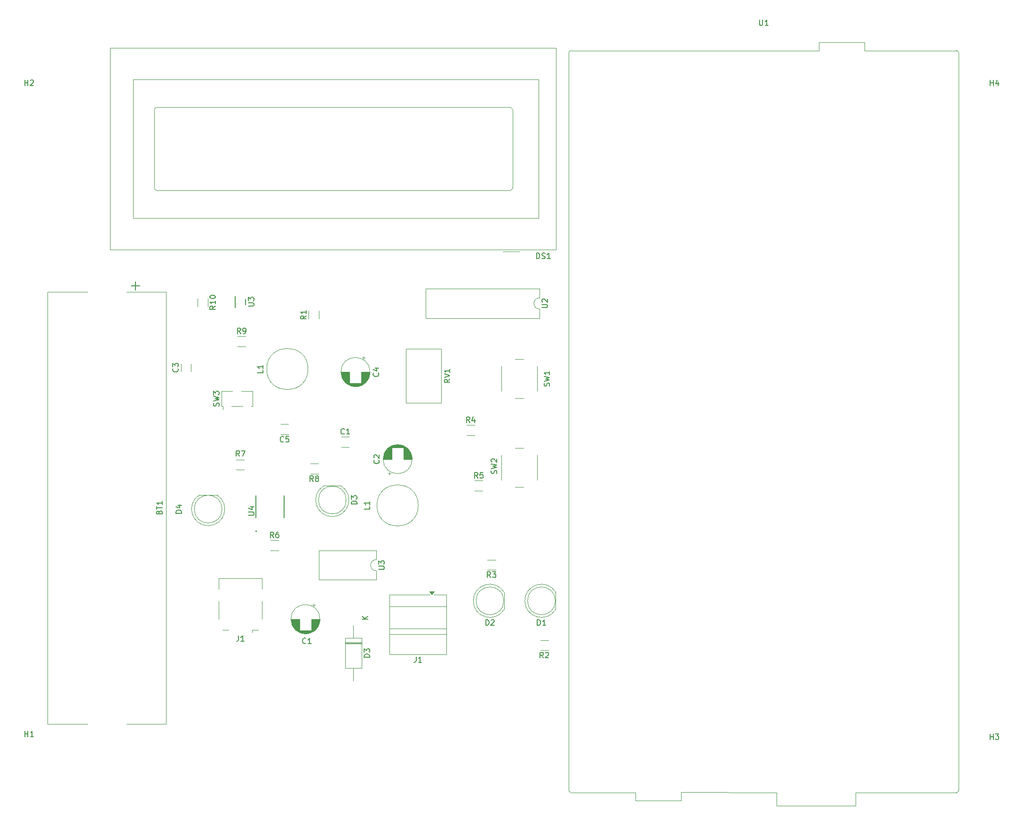
<source format=gbr>
%TF.GenerationSoftware,KiCad,Pcbnew,9.0.6*%
%TF.CreationDate,2025-12-17T18:58:15+01:00*%
%TF.ProjectId,Seminar,53656d69-6e61-4722-9e6b-696361645f70,rev?*%
%TF.SameCoordinates,Original*%
%TF.FileFunction,Legend,Top*%
%TF.FilePolarity,Positive*%
%FSLAX46Y46*%
G04 Gerber Fmt 4.6, Leading zero omitted, Abs format (unit mm)*
G04 Created by KiCad (PCBNEW 9.0.6) date 2025-12-17 18:58:15*
%MOMM*%
%LPD*%
G01*
G04 APERTURE LIST*
%ADD10C,0.150000*%
%ADD11C,0.120000*%
%ADD12C,0.127000*%
%ADD13C,0.200000*%
%ADD14C,0.100000*%
G04 APERTURE END LIST*
D10*
X70583333Y-94559580D02*
X70535714Y-94607200D01*
X70535714Y-94607200D02*
X70392857Y-94654819D01*
X70392857Y-94654819D02*
X70297619Y-94654819D01*
X70297619Y-94654819D02*
X70154762Y-94607200D01*
X70154762Y-94607200D02*
X70059524Y-94511961D01*
X70059524Y-94511961D02*
X70011905Y-94416723D01*
X70011905Y-94416723D02*
X69964286Y-94226247D01*
X69964286Y-94226247D02*
X69964286Y-94083390D01*
X69964286Y-94083390D02*
X70011905Y-93892914D01*
X70011905Y-93892914D02*
X70059524Y-93797676D01*
X70059524Y-93797676D02*
X70154762Y-93702438D01*
X70154762Y-93702438D02*
X70297619Y-93654819D01*
X70297619Y-93654819D02*
X70392857Y-93654819D01*
X70392857Y-93654819D02*
X70535714Y-93702438D01*
X70535714Y-93702438D02*
X70583333Y-93750057D01*
X71488095Y-93654819D02*
X71011905Y-93654819D01*
X71011905Y-93654819D02*
X70964286Y-94131009D01*
X70964286Y-94131009D02*
X71011905Y-94083390D01*
X71011905Y-94083390D02*
X71107143Y-94035771D01*
X71107143Y-94035771D02*
X71345238Y-94035771D01*
X71345238Y-94035771D02*
X71440476Y-94083390D01*
X71440476Y-94083390D02*
X71488095Y-94131009D01*
X71488095Y-94131009D02*
X71535714Y-94226247D01*
X71535714Y-94226247D02*
X71535714Y-94464342D01*
X71535714Y-94464342D02*
X71488095Y-94559580D01*
X71488095Y-94559580D02*
X71440476Y-94607200D01*
X71440476Y-94607200D02*
X71345238Y-94654819D01*
X71345238Y-94654819D02*
X71107143Y-94654819D01*
X71107143Y-94654819D02*
X71011905Y-94607200D01*
X71011905Y-94607200D02*
X70964286Y-94559580D01*
X58898200Y-88183332D02*
X58945819Y-88040475D01*
X58945819Y-88040475D02*
X58945819Y-87802380D01*
X58945819Y-87802380D02*
X58898200Y-87707142D01*
X58898200Y-87707142D02*
X58850580Y-87659523D01*
X58850580Y-87659523D02*
X58755342Y-87611904D01*
X58755342Y-87611904D02*
X58660104Y-87611904D01*
X58660104Y-87611904D02*
X58564866Y-87659523D01*
X58564866Y-87659523D02*
X58517247Y-87707142D01*
X58517247Y-87707142D02*
X58469628Y-87802380D01*
X58469628Y-87802380D02*
X58422009Y-87992856D01*
X58422009Y-87992856D02*
X58374390Y-88088094D01*
X58374390Y-88088094D02*
X58326771Y-88135713D01*
X58326771Y-88135713D02*
X58231533Y-88183332D01*
X58231533Y-88183332D02*
X58136295Y-88183332D01*
X58136295Y-88183332D02*
X58041057Y-88135713D01*
X58041057Y-88135713D02*
X57993438Y-88088094D01*
X57993438Y-88088094D02*
X57945819Y-87992856D01*
X57945819Y-87992856D02*
X57945819Y-87754761D01*
X57945819Y-87754761D02*
X57993438Y-87611904D01*
X57945819Y-87278570D02*
X58945819Y-87040475D01*
X58945819Y-87040475D02*
X58231533Y-86849999D01*
X58231533Y-86849999D02*
X58945819Y-86659523D01*
X58945819Y-86659523D02*
X57945819Y-86421428D01*
X57945819Y-86135713D02*
X57945819Y-85516666D01*
X57945819Y-85516666D02*
X58326771Y-85849999D01*
X58326771Y-85849999D02*
X58326771Y-85707142D01*
X58326771Y-85707142D02*
X58374390Y-85611904D01*
X58374390Y-85611904D02*
X58422009Y-85564285D01*
X58422009Y-85564285D02*
X58517247Y-85516666D01*
X58517247Y-85516666D02*
X58755342Y-85516666D01*
X58755342Y-85516666D02*
X58850580Y-85564285D01*
X58850580Y-85564285D02*
X58898200Y-85611904D01*
X58898200Y-85611904D02*
X58945819Y-85707142D01*
X58945819Y-85707142D02*
X58945819Y-85992856D01*
X58945819Y-85992856D02*
X58898200Y-86088094D01*
X58898200Y-86088094D02*
X58850580Y-86135713D01*
X87609580Y-82211554D02*
X87657200Y-82259173D01*
X87657200Y-82259173D02*
X87704819Y-82402030D01*
X87704819Y-82402030D02*
X87704819Y-82497268D01*
X87704819Y-82497268D02*
X87657200Y-82640125D01*
X87657200Y-82640125D02*
X87561961Y-82735363D01*
X87561961Y-82735363D02*
X87466723Y-82782982D01*
X87466723Y-82782982D02*
X87276247Y-82830601D01*
X87276247Y-82830601D02*
X87133390Y-82830601D01*
X87133390Y-82830601D02*
X86942914Y-82782982D01*
X86942914Y-82782982D02*
X86847676Y-82735363D01*
X86847676Y-82735363D02*
X86752438Y-82640125D01*
X86752438Y-82640125D02*
X86704819Y-82497268D01*
X86704819Y-82497268D02*
X86704819Y-82402030D01*
X86704819Y-82402030D02*
X86752438Y-82259173D01*
X86752438Y-82259173D02*
X86800057Y-82211554D01*
X87038152Y-81354411D02*
X87704819Y-81354411D01*
X86657200Y-81592506D02*
X87371485Y-81830601D01*
X87371485Y-81830601D02*
X87371485Y-81211554D01*
X64247819Y-107831904D02*
X65057342Y-107831904D01*
X65057342Y-107831904D02*
X65152580Y-107784285D01*
X65152580Y-107784285D02*
X65200200Y-107736666D01*
X65200200Y-107736666D02*
X65247819Y-107641428D01*
X65247819Y-107641428D02*
X65247819Y-107450952D01*
X65247819Y-107450952D02*
X65200200Y-107355714D01*
X65200200Y-107355714D02*
X65152580Y-107308095D01*
X65152580Y-107308095D02*
X65057342Y-107260476D01*
X65057342Y-107260476D02*
X64247819Y-107260476D01*
X64581152Y-106355714D02*
X65247819Y-106355714D01*
X64200200Y-106593809D02*
X64914485Y-106831904D01*
X64914485Y-106831904D02*
X64914485Y-106212857D01*
X51509580Y-81416666D02*
X51557200Y-81464285D01*
X51557200Y-81464285D02*
X51604819Y-81607142D01*
X51604819Y-81607142D02*
X51604819Y-81702380D01*
X51604819Y-81702380D02*
X51557200Y-81845237D01*
X51557200Y-81845237D02*
X51461961Y-81940475D01*
X51461961Y-81940475D02*
X51366723Y-81988094D01*
X51366723Y-81988094D02*
X51176247Y-82035713D01*
X51176247Y-82035713D02*
X51033390Y-82035713D01*
X51033390Y-82035713D02*
X50842914Y-81988094D01*
X50842914Y-81988094D02*
X50747676Y-81940475D01*
X50747676Y-81940475D02*
X50652438Y-81845237D01*
X50652438Y-81845237D02*
X50604819Y-81702380D01*
X50604819Y-81702380D02*
X50604819Y-81607142D01*
X50604819Y-81607142D02*
X50652438Y-81464285D01*
X50652438Y-81464285D02*
X50700057Y-81416666D01*
X50604819Y-81083332D02*
X50604819Y-80464285D01*
X50604819Y-80464285D02*
X50985771Y-80797618D01*
X50985771Y-80797618D02*
X50985771Y-80654761D01*
X50985771Y-80654761D02*
X51033390Y-80559523D01*
X51033390Y-80559523D02*
X51081009Y-80511904D01*
X51081009Y-80511904D02*
X51176247Y-80464285D01*
X51176247Y-80464285D02*
X51414342Y-80464285D01*
X51414342Y-80464285D02*
X51509580Y-80511904D01*
X51509580Y-80511904D02*
X51557200Y-80559523D01*
X51557200Y-80559523D02*
X51604819Y-80654761D01*
X51604819Y-80654761D02*
X51604819Y-80940475D01*
X51604819Y-80940475D02*
X51557200Y-81035713D01*
X51557200Y-81035713D02*
X51509580Y-81083332D01*
X48181009Y-107285714D02*
X48228628Y-107142857D01*
X48228628Y-107142857D02*
X48276247Y-107095238D01*
X48276247Y-107095238D02*
X48371485Y-107047619D01*
X48371485Y-107047619D02*
X48514342Y-107047619D01*
X48514342Y-107047619D02*
X48609580Y-107095238D01*
X48609580Y-107095238D02*
X48657200Y-107142857D01*
X48657200Y-107142857D02*
X48704819Y-107238095D01*
X48704819Y-107238095D02*
X48704819Y-107619047D01*
X48704819Y-107619047D02*
X47704819Y-107619047D01*
X47704819Y-107619047D02*
X47704819Y-107285714D01*
X47704819Y-107285714D02*
X47752438Y-107190476D01*
X47752438Y-107190476D02*
X47800057Y-107142857D01*
X47800057Y-107142857D02*
X47895295Y-107095238D01*
X47895295Y-107095238D02*
X47990533Y-107095238D01*
X47990533Y-107095238D02*
X48085771Y-107142857D01*
X48085771Y-107142857D02*
X48133390Y-107190476D01*
X48133390Y-107190476D02*
X48181009Y-107285714D01*
X48181009Y-107285714D02*
X48181009Y-107619047D01*
X47704819Y-106761904D02*
X47704819Y-106190476D01*
X48704819Y-106476190D02*
X47704819Y-106476190D01*
X48704819Y-105333333D02*
X48704819Y-105904761D01*
X48704819Y-105619047D02*
X47704819Y-105619047D01*
X47704819Y-105619047D02*
X47847676Y-105714285D01*
X47847676Y-105714285D02*
X47942914Y-105809523D01*
X47942914Y-105809523D02*
X47990533Y-105904761D01*
X43905533Y-67261904D02*
X43905533Y-65738095D01*
X44667438Y-66499999D02*
X43143628Y-66499999D01*
X197738095Y-148204819D02*
X197738095Y-147204819D01*
X197738095Y-147681009D02*
X198309523Y-147681009D01*
X198309523Y-148204819D02*
X198309523Y-147204819D01*
X198690476Y-147204819D02*
X199309523Y-147204819D01*
X199309523Y-147204819D02*
X198976190Y-147585771D01*
X198976190Y-147585771D02*
X199119047Y-147585771D01*
X199119047Y-147585771D02*
X199214285Y-147633390D01*
X199214285Y-147633390D02*
X199261904Y-147681009D01*
X199261904Y-147681009D02*
X199309523Y-147776247D01*
X199309523Y-147776247D02*
X199309523Y-148014342D01*
X199309523Y-148014342D02*
X199261904Y-148109580D01*
X199261904Y-148109580D02*
X199214285Y-148157200D01*
X199214285Y-148157200D02*
X199119047Y-148204819D01*
X199119047Y-148204819D02*
X198833333Y-148204819D01*
X198833333Y-148204819D02*
X198738095Y-148157200D01*
X198738095Y-148157200D02*
X198690476Y-148109580D01*
X62633333Y-97204819D02*
X62300000Y-96728628D01*
X62061905Y-97204819D02*
X62061905Y-96204819D01*
X62061905Y-96204819D02*
X62442857Y-96204819D01*
X62442857Y-96204819D02*
X62538095Y-96252438D01*
X62538095Y-96252438D02*
X62585714Y-96300057D01*
X62585714Y-96300057D02*
X62633333Y-96395295D01*
X62633333Y-96395295D02*
X62633333Y-96538152D01*
X62633333Y-96538152D02*
X62585714Y-96633390D01*
X62585714Y-96633390D02*
X62538095Y-96681009D01*
X62538095Y-96681009D02*
X62442857Y-96728628D01*
X62442857Y-96728628D02*
X62061905Y-96728628D01*
X62966667Y-96204819D02*
X63633333Y-96204819D01*
X63633333Y-96204819D02*
X63204762Y-97204819D01*
X74583333Y-130859580D02*
X74535714Y-130907200D01*
X74535714Y-130907200D02*
X74392857Y-130954819D01*
X74392857Y-130954819D02*
X74297619Y-130954819D01*
X74297619Y-130954819D02*
X74154762Y-130907200D01*
X74154762Y-130907200D02*
X74059524Y-130811961D01*
X74059524Y-130811961D02*
X74011905Y-130716723D01*
X74011905Y-130716723D02*
X73964286Y-130526247D01*
X73964286Y-130526247D02*
X73964286Y-130383390D01*
X73964286Y-130383390D02*
X74011905Y-130192914D01*
X74011905Y-130192914D02*
X74059524Y-130097676D01*
X74059524Y-130097676D02*
X74154762Y-130002438D01*
X74154762Y-130002438D02*
X74297619Y-129954819D01*
X74297619Y-129954819D02*
X74392857Y-129954819D01*
X74392857Y-129954819D02*
X74535714Y-130002438D01*
X74535714Y-130002438D02*
X74583333Y-130050057D01*
X75535714Y-130954819D02*
X74964286Y-130954819D01*
X75250000Y-130954819D02*
X75250000Y-129954819D01*
X75250000Y-129954819D02*
X75154762Y-130097676D01*
X75154762Y-130097676D02*
X75059524Y-130192914D01*
X75059524Y-130192914D02*
X74964286Y-130240533D01*
X197738095Y-30454819D02*
X197738095Y-29454819D01*
X197738095Y-29931009D02*
X198309523Y-29931009D01*
X198309523Y-30454819D02*
X198309523Y-29454819D01*
X199214285Y-29788152D02*
X199214285Y-30454819D01*
X198976190Y-29407200D02*
X198738095Y-30121485D01*
X198738095Y-30121485D02*
X199357142Y-30121485D01*
X75933333Y-101750319D02*
X75600000Y-101274128D01*
X75361905Y-101750319D02*
X75361905Y-100750319D01*
X75361905Y-100750319D02*
X75742857Y-100750319D01*
X75742857Y-100750319D02*
X75838095Y-100797938D01*
X75838095Y-100797938D02*
X75885714Y-100845557D01*
X75885714Y-100845557D02*
X75933333Y-100940795D01*
X75933333Y-100940795D02*
X75933333Y-101083652D01*
X75933333Y-101083652D02*
X75885714Y-101178890D01*
X75885714Y-101178890D02*
X75838095Y-101226509D01*
X75838095Y-101226509D02*
X75742857Y-101274128D01*
X75742857Y-101274128D02*
X75361905Y-101274128D01*
X76504762Y-101178890D02*
X76409524Y-101131271D01*
X76409524Y-101131271D02*
X76361905Y-101083652D01*
X76361905Y-101083652D02*
X76314286Y-100988414D01*
X76314286Y-100988414D02*
X76314286Y-100940795D01*
X76314286Y-100940795D02*
X76361905Y-100845557D01*
X76361905Y-100845557D02*
X76409524Y-100797938D01*
X76409524Y-100797938D02*
X76504762Y-100750319D01*
X76504762Y-100750319D02*
X76695238Y-100750319D01*
X76695238Y-100750319D02*
X76790476Y-100797938D01*
X76790476Y-100797938D02*
X76838095Y-100845557D01*
X76838095Y-100845557D02*
X76885714Y-100940795D01*
X76885714Y-100940795D02*
X76885714Y-100988414D01*
X76885714Y-100988414D02*
X76838095Y-101083652D01*
X76838095Y-101083652D02*
X76790476Y-101131271D01*
X76790476Y-101131271D02*
X76695238Y-101178890D01*
X76695238Y-101178890D02*
X76504762Y-101178890D01*
X76504762Y-101178890D02*
X76409524Y-101226509D01*
X76409524Y-101226509D02*
X76361905Y-101274128D01*
X76361905Y-101274128D02*
X76314286Y-101369366D01*
X76314286Y-101369366D02*
X76314286Y-101559842D01*
X76314286Y-101559842D02*
X76361905Y-101655080D01*
X76361905Y-101655080D02*
X76409524Y-101702700D01*
X76409524Y-101702700D02*
X76504762Y-101750319D01*
X76504762Y-101750319D02*
X76695238Y-101750319D01*
X76695238Y-101750319D02*
X76790476Y-101702700D01*
X76790476Y-101702700D02*
X76838095Y-101655080D01*
X76838095Y-101655080D02*
X76885714Y-101559842D01*
X76885714Y-101559842D02*
X76885714Y-101369366D01*
X76885714Y-101369366D02*
X76838095Y-101274128D01*
X76838095Y-101274128D02*
X76790476Y-101226509D01*
X76790476Y-101226509D02*
X76695238Y-101178890D01*
X62458666Y-129529819D02*
X62458666Y-130244104D01*
X62458666Y-130244104D02*
X62411047Y-130386961D01*
X62411047Y-130386961D02*
X62315809Y-130482200D01*
X62315809Y-130482200D02*
X62172952Y-130529819D01*
X62172952Y-130529819D02*
X62077714Y-130529819D01*
X63458666Y-130529819D02*
X62887238Y-130529819D01*
X63172952Y-130529819D02*
X63172952Y-129529819D01*
X63172952Y-129529819D02*
X63077714Y-129672676D01*
X63077714Y-129672676D02*
X62982476Y-129767914D01*
X62982476Y-129767914D02*
X62887238Y-129815533D01*
X105533333Y-101124819D02*
X105200000Y-100648628D01*
X104961905Y-101124819D02*
X104961905Y-100124819D01*
X104961905Y-100124819D02*
X105342857Y-100124819D01*
X105342857Y-100124819D02*
X105438095Y-100172438D01*
X105438095Y-100172438D02*
X105485714Y-100220057D01*
X105485714Y-100220057D02*
X105533333Y-100315295D01*
X105533333Y-100315295D02*
X105533333Y-100458152D01*
X105533333Y-100458152D02*
X105485714Y-100553390D01*
X105485714Y-100553390D02*
X105438095Y-100601009D01*
X105438095Y-100601009D02*
X105342857Y-100648628D01*
X105342857Y-100648628D02*
X104961905Y-100648628D01*
X106438095Y-100124819D02*
X105961905Y-100124819D01*
X105961905Y-100124819D02*
X105914286Y-100601009D01*
X105914286Y-100601009D02*
X105961905Y-100553390D01*
X105961905Y-100553390D02*
X106057143Y-100505771D01*
X106057143Y-100505771D02*
X106295238Y-100505771D01*
X106295238Y-100505771D02*
X106390476Y-100553390D01*
X106390476Y-100553390D02*
X106438095Y-100601009D01*
X106438095Y-100601009D02*
X106485714Y-100696247D01*
X106485714Y-100696247D02*
X106485714Y-100934342D01*
X106485714Y-100934342D02*
X106438095Y-101029580D01*
X106438095Y-101029580D02*
X106390476Y-101077200D01*
X106390476Y-101077200D02*
X106295238Y-101124819D01*
X106295238Y-101124819D02*
X106057143Y-101124819D01*
X106057143Y-101124819D02*
X105961905Y-101077200D01*
X105961905Y-101077200D02*
X105914286Y-101029580D01*
X116241905Y-127664819D02*
X116241905Y-126664819D01*
X116241905Y-126664819D02*
X116480000Y-126664819D01*
X116480000Y-126664819D02*
X116622857Y-126712438D01*
X116622857Y-126712438D02*
X116718095Y-126807676D01*
X116718095Y-126807676D02*
X116765714Y-126902914D01*
X116765714Y-126902914D02*
X116813333Y-127093390D01*
X116813333Y-127093390D02*
X116813333Y-127236247D01*
X116813333Y-127236247D02*
X116765714Y-127426723D01*
X116765714Y-127426723D02*
X116718095Y-127521961D01*
X116718095Y-127521961D02*
X116622857Y-127617200D01*
X116622857Y-127617200D02*
X116480000Y-127664819D01*
X116480000Y-127664819D02*
X116241905Y-127664819D01*
X117765714Y-127664819D02*
X117194286Y-127664819D01*
X117480000Y-127664819D02*
X117480000Y-126664819D01*
X117480000Y-126664819D02*
X117384762Y-126807676D01*
X117384762Y-126807676D02*
X117289524Y-126902914D01*
X117289524Y-126902914D02*
X117194286Y-126950533D01*
X58284819Y-70142857D02*
X57808628Y-70476190D01*
X58284819Y-70714285D02*
X57284819Y-70714285D01*
X57284819Y-70714285D02*
X57284819Y-70333333D01*
X57284819Y-70333333D02*
X57332438Y-70238095D01*
X57332438Y-70238095D02*
X57380057Y-70190476D01*
X57380057Y-70190476D02*
X57475295Y-70142857D01*
X57475295Y-70142857D02*
X57618152Y-70142857D01*
X57618152Y-70142857D02*
X57713390Y-70190476D01*
X57713390Y-70190476D02*
X57761009Y-70238095D01*
X57761009Y-70238095D02*
X57808628Y-70333333D01*
X57808628Y-70333333D02*
X57808628Y-70714285D01*
X58284819Y-69190476D02*
X58284819Y-69761904D01*
X58284819Y-69476190D02*
X57284819Y-69476190D01*
X57284819Y-69476190D02*
X57427676Y-69571428D01*
X57427676Y-69571428D02*
X57522914Y-69666666D01*
X57522914Y-69666666D02*
X57570533Y-69761904D01*
X57284819Y-68571428D02*
X57284819Y-68476190D01*
X57284819Y-68476190D02*
X57332438Y-68380952D01*
X57332438Y-68380952D02*
X57380057Y-68333333D01*
X57380057Y-68333333D02*
X57475295Y-68285714D01*
X57475295Y-68285714D02*
X57665771Y-68238095D01*
X57665771Y-68238095D02*
X57903866Y-68238095D01*
X57903866Y-68238095D02*
X58094342Y-68285714D01*
X58094342Y-68285714D02*
X58189580Y-68333333D01*
X58189580Y-68333333D02*
X58237200Y-68380952D01*
X58237200Y-68380952D02*
X58284819Y-68476190D01*
X58284819Y-68476190D02*
X58284819Y-68571428D01*
X58284819Y-68571428D02*
X58237200Y-68666666D01*
X58237200Y-68666666D02*
X58189580Y-68714285D01*
X58189580Y-68714285D02*
X58094342Y-68761904D01*
X58094342Y-68761904D02*
X57903866Y-68809523D01*
X57903866Y-68809523D02*
X57665771Y-68809523D01*
X57665771Y-68809523D02*
X57475295Y-68761904D01*
X57475295Y-68761904D02*
X57380057Y-68714285D01*
X57380057Y-68714285D02*
X57332438Y-68666666D01*
X57332438Y-68666666D02*
X57284819Y-68571428D01*
X104083333Y-91124819D02*
X103750000Y-90648628D01*
X103511905Y-91124819D02*
X103511905Y-90124819D01*
X103511905Y-90124819D02*
X103892857Y-90124819D01*
X103892857Y-90124819D02*
X103988095Y-90172438D01*
X103988095Y-90172438D02*
X104035714Y-90220057D01*
X104035714Y-90220057D02*
X104083333Y-90315295D01*
X104083333Y-90315295D02*
X104083333Y-90458152D01*
X104083333Y-90458152D02*
X104035714Y-90553390D01*
X104035714Y-90553390D02*
X103988095Y-90601009D01*
X103988095Y-90601009D02*
X103892857Y-90648628D01*
X103892857Y-90648628D02*
X103511905Y-90648628D01*
X104940476Y-90458152D02*
X104940476Y-91124819D01*
X104702381Y-90077200D02*
X104464286Y-90791485D01*
X104464286Y-90791485D02*
X105083333Y-90791485D01*
X87684319Y-117587404D02*
X88493842Y-117587404D01*
X88493842Y-117587404D02*
X88589080Y-117539785D01*
X88589080Y-117539785D02*
X88636700Y-117492166D01*
X88636700Y-117492166D02*
X88684319Y-117396928D01*
X88684319Y-117396928D02*
X88684319Y-117206452D01*
X88684319Y-117206452D02*
X88636700Y-117111214D01*
X88636700Y-117111214D02*
X88589080Y-117063595D01*
X88589080Y-117063595D02*
X88493842Y-117015976D01*
X88493842Y-117015976D02*
X87684319Y-117015976D01*
X87684319Y-116635023D02*
X87684319Y-116015976D01*
X87684319Y-116015976D02*
X88065271Y-116349309D01*
X88065271Y-116349309D02*
X88065271Y-116206452D01*
X88065271Y-116206452D02*
X88112890Y-116111214D01*
X88112890Y-116111214D02*
X88160509Y-116063595D01*
X88160509Y-116063595D02*
X88255747Y-116015976D01*
X88255747Y-116015976D02*
X88493842Y-116015976D01*
X88493842Y-116015976D02*
X88589080Y-116063595D01*
X88589080Y-116063595D02*
X88636700Y-116111214D01*
X88636700Y-116111214D02*
X88684319Y-116206452D01*
X88684319Y-116206452D02*
X88684319Y-116492166D01*
X88684319Y-116492166D02*
X88636700Y-116587404D01*
X88636700Y-116587404D02*
X88589080Y-116635023D01*
X118407200Y-84583332D02*
X118454819Y-84440475D01*
X118454819Y-84440475D02*
X118454819Y-84202380D01*
X118454819Y-84202380D02*
X118407200Y-84107142D01*
X118407200Y-84107142D02*
X118359580Y-84059523D01*
X118359580Y-84059523D02*
X118264342Y-84011904D01*
X118264342Y-84011904D02*
X118169104Y-84011904D01*
X118169104Y-84011904D02*
X118073866Y-84059523D01*
X118073866Y-84059523D02*
X118026247Y-84107142D01*
X118026247Y-84107142D02*
X117978628Y-84202380D01*
X117978628Y-84202380D02*
X117931009Y-84392856D01*
X117931009Y-84392856D02*
X117883390Y-84488094D01*
X117883390Y-84488094D02*
X117835771Y-84535713D01*
X117835771Y-84535713D02*
X117740533Y-84583332D01*
X117740533Y-84583332D02*
X117645295Y-84583332D01*
X117645295Y-84583332D02*
X117550057Y-84535713D01*
X117550057Y-84535713D02*
X117502438Y-84488094D01*
X117502438Y-84488094D02*
X117454819Y-84392856D01*
X117454819Y-84392856D02*
X117454819Y-84154761D01*
X117454819Y-84154761D02*
X117502438Y-84011904D01*
X117454819Y-83678570D02*
X118454819Y-83440475D01*
X118454819Y-83440475D02*
X117740533Y-83249999D01*
X117740533Y-83249999D02*
X118454819Y-83059523D01*
X118454819Y-83059523D02*
X117454819Y-82821428D01*
X118454819Y-81916666D02*
X118454819Y-82488094D01*
X118454819Y-82202380D02*
X117454819Y-82202380D01*
X117454819Y-82202380D02*
X117597676Y-82297618D01*
X117597676Y-82297618D02*
X117692914Y-82392856D01*
X117692914Y-82392856D02*
X117740533Y-82488094D01*
X100504819Y-83345238D02*
X100028628Y-83678571D01*
X100504819Y-83916666D02*
X99504819Y-83916666D01*
X99504819Y-83916666D02*
X99504819Y-83535714D01*
X99504819Y-83535714D02*
X99552438Y-83440476D01*
X99552438Y-83440476D02*
X99600057Y-83392857D01*
X99600057Y-83392857D02*
X99695295Y-83345238D01*
X99695295Y-83345238D02*
X99838152Y-83345238D01*
X99838152Y-83345238D02*
X99933390Y-83392857D01*
X99933390Y-83392857D02*
X99981009Y-83440476D01*
X99981009Y-83440476D02*
X100028628Y-83535714D01*
X100028628Y-83535714D02*
X100028628Y-83916666D01*
X99504819Y-83059523D02*
X100504819Y-82726190D01*
X100504819Y-82726190D02*
X99504819Y-82392857D01*
X100504819Y-81535714D02*
X100504819Y-82107142D01*
X100504819Y-81821428D02*
X99504819Y-81821428D01*
X99504819Y-81821428D02*
X99647676Y-81916666D01*
X99647676Y-81916666D02*
X99742914Y-82011904D01*
X99742914Y-82011904D02*
X99790533Y-82107142D01*
X68783333Y-111874819D02*
X68450000Y-111398628D01*
X68211905Y-111874819D02*
X68211905Y-110874819D01*
X68211905Y-110874819D02*
X68592857Y-110874819D01*
X68592857Y-110874819D02*
X68688095Y-110922438D01*
X68688095Y-110922438D02*
X68735714Y-110970057D01*
X68735714Y-110970057D02*
X68783333Y-111065295D01*
X68783333Y-111065295D02*
X68783333Y-111208152D01*
X68783333Y-111208152D02*
X68735714Y-111303390D01*
X68735714Y-111303390D02*
X68688095Y-111351009D01*
X68688095Y-111351009D02*
X68592857Y-111398628D01*
X68592857Y-111398628D02*
X68211905Y-111398628D01*
X69640476Y-110874819D02*
X69450000Y-110874819D01*
X69450000Y-110874819D02*
X69354762Y-110922438D01*
X69354762Y-110922438D02*
X69307143Y-110970057D01*
X69307143Y-110970057D02*
X69211905Y-111112914D01*
X69211905Y-111112914D02*
X69164286Y-111303390D01*
X69164286Y-111303390D02*
X69164286Y-111684342D01*
X69164286Y-111684342D02*
X69211905Y-111779580D01*
X69211905Y-111779580D02*
X69259524Y-111827200D01*
X69259524Y-111827200D02*
X69354762Y-111874819D01*
X69354762Y-111874819D02*
X69545238Y-111874819D01*
X69545238Y-111874819D02*
X69640476Y-111827200D01*
X69640476Y-111827200D02*
X69688095Y-111779580D01*
X69688095Y-111779580D02*
X69735714Y-111684342D01*
X69735714Y-111684342D02*
X69735714Y-111446247D01*
X69735714Y-111446247D02*
X69688095Y-111351009D01*
X69688095Y-111351009D02*
X69640476Y-111303390D01*
X69640476Y-111303390D02*
X69545238Y-111255771D01*
X69545238Y-111255771D02*
X69354762Y-111255771D01*
X69354762Y-111255771D02*
X69259524Y-111303390D01*
X69259524Y-111303390D02*
X69211905Y-111351009D01*
X69211905Y-111351009D02*
X69164286Y-111446247D01*
X81508333Y-93134580D02*
X81460714Y-93182200D01*
X81460714Y-93182200D02*
X81317857Y-93229819D01*
X81317857Y-93229819D02*
X81222619Y-93229819D01*
X81222619Y-93229819D02*
X81079762Y-93182200D01*
X81079762Y-93182200D02*
X80984524Y-93086961D01*
X80984524Y-93086961D02*
X80936905Y-92991723D01*
X80936905Y-92991723D02*
X80889286Y-92801247D01*
X80889286Y-92801247D02*
X80889286Y-92658390D01*
X80889286Y-92658390D02*
X80936905Y-92467914D01*
X80936905Y-92467914D02*
X80984524Y-92372676D01*
X80984524Y-92372676D02*
X81079762Y-92277438D01*
X81079762Y-92277438D02*
X81222619Y-92229819D01*
X81222619Y-92229819D02*
X81317857Y-92229819D01*
X81317857Y-92229819D02*
X81460714Y-92277438D01*
X81460714Y-92277438D02*
X81508333Y-92325057D01*
X82460714Y-93229819D02*
X81889286Y-93229819D01*
X82175000Y-93229819D02*
X82175000Y-92229819D01*
X82175000Y-92229819D02*
X82079762Y-92372676D01*
X82079762Y-92372676D02*
X81984524Y-92467914D01*
X81984524Y-92467914D02*
X81889286Y-92515533D01*
X156238095Y-18614819D02*
X156238095Y-19424342D01*
X156238095Y-19424342D02*
X156285714Y-19519580D01*
X156285714Y-19519580D02*
X156333333Y-19567200D01*
X156333333Y-19567200D02*
X156428571Y-19614819D01*
X156428571Y-19614819D02*
X156619047Y-19614819D01*
X156619047Y-19614819D02*
X156714285Y-19567200D01*
X156714285Y-19567200D02*
X156761904Y-19519580D01*
X156761904Y-19519580D02*
X156809523Y-19424342D01*
X156809523Y-19424342D02*
X156809523Y-18614819D01*
X157809523Y-19614819D02*
X157238095Y-19614819D01*
X157523809Y-19614819D02*
X157523809Y-18614819D01*
X157523809Y-18614819D02*
X157428571Y-18757676D01*
X157428571Y-18757676D02*
X157333333Y-18852914D01*
X157333333Y-18852914D02*
X157238095Y-18900533D01*
X87709580Y-97891666D02*
X87757200Y-97939285D01*
X87757200Y-97939285D02*
X87804819Y-98082142D01*
X87804819Y-98082142D02*
X87804819Y-98177380D01*
X87804819Y-98177380D02*
X87757200Y-98320237D01*
X87757200Y-98320237D02*
X87661961Y-98415475D01*
X87661961Y-98415475D02*
X87566723Y-98463094D01*
X87566723Y-98463094D02*
X87376247Y-98510713D01*
X87376247Y-98510713D02*
X87233390Y-98510713D01*
X87233390Y-98510713D02*
X87042914Y-98463094D01*
X87042914Y-98463094D02*
X86947676Y-98415475D01*
X86947676Y-98415475D02*
X86852438Y-98320237D01*
X86852438Y-98320237D02*
X86804819Y-98177380D01*
X86804819Y-98177380D02*
X86804819Y-98082142D01*
X86804819Y-98082142D02*
X86852438Y-97939285D01*
X86852438Y-97939285D02*
X86900057Y-97891666D01*
X86900057Y-97510713D02*
X86852438Y-97463094D01*
X86852438Y-97463094D02*
X86804819Y-97367856D01*
X86804819Y-97367856D02*
X86804819Y-97129761D01*
X86804819Y-97129761D02*
X86852438Y-97034523D01*
X86852438Y-97034523D02*
X86900057Y-96986904D01*
X86900057Y-96986904D02*
X86995295Y-96939285D01*
X86995295Y-96939285D02*
X87090533Y-96939285D01*
X87090533Y-96939285D02*
X87233390Y-96986904D01*
X87233390Y-96986904D02*
X87804819Y-97558332D01*
X87804819Y-97558332D02*
X87804819Y-96939285D01*
X74624819Y-71916666D02*
X74148628Y-72249999D01*
X74624819Y-72488094D02*
X73624819Y-72488094D01*
X73624819Y-72488094D02*
X73624819Y-72107142D01*
X73624819Y-72107142D02*
X73672438Y-72011904D01*
X73672438Y-72011904D02*
X73720057Y-71964285D01*
X73720057Y-71964285D02*
X73815295Y-71916666D01*
X73815295Y-71916666D02*
X73958152Y-71916666D01*
X73958152Y-71916666D02*
X74053390Y-71964285D01*
X74053390Y-71964285D02*
X74101009Y-72011904D01*
X74101009Y-72011904D02*
X74148628Y-72107142D01*
X74148628Y-72107142D02*
X74148628Y-72488094D01*
X74624819Y-70964285D02*
X74624819Y-71535713D01*
X74624819Y-71249999D02*
X73624819Y-71249999D01*
X73624819Y-71249999D02*
X73767676Y-71345237D01*
X73767676Y-71345237D02*
X73862914Y-71440475D01*
X73862914Y-71440475D02*
X73910533Y-71535713D01*
X62833333Y-75124819D02*
X62500000Y-74648628D01*
X62261905Y-75124819D02*
X62261905Y-74124819D01*
X62261905Y-74124819D02*
X62642857Y-74124819D01*
X62642857Y-74124819D02*
X62738095Y-74172438D01*
X62738095Y-74172438D02*
X62785714Y-74220057D01*
X62785714Y-74220057D02*
X62833333Y-74315295D01*
X62833333Y-74315295D02*
X62833333Y-74458152D01*
X62833333Y-74458152D02*
X62785714Y-74553390D01*
X62785714Y-74553390D02*
X62738095Y-74601009D01*
X62738095Y-74601009D02*
X62642857Y-74648628D01*
X62642857Y-74648628D02*
X62261905Y-74648628D01*
X63309524Y-75124819D02*
X63500000Y-75124819D01*
X63500000Y-75124819D02*
X63595238Y-75077200D01*
X63595238Y-75077200D02*
X63642857Y-75029580D01*
X63642857Y-75029580D02*
X63738095Y-74886723D01*
X63738095Y-74886723D02*
X63785714Y-74696247D01*
X63785714Y-74696247D02*
X63785714Y-74315295D01*
X63785714Y-74315295D02*
X63738095Y-74220057D01*
X63738095Y-74220057D02*
X63690476Y-74172438D01*
X63690476Y-74172438D02*
X63595238Y-74124819D01*
X63595238Y-74124819D02*
X63404762Y-74124819D01*
X63404762Y-74124819D02*
X63309524Y-74172438D01*
X63309524Y-74172438D02*
X63261905Y-74220057D01*
X63261905Y-74220057D02*
X63214286Y-74315295D01*
X63214286Y-74315295D02*
X63214286Y-74553390D01*
X63214286Y-74553390D02*
X63261905Y-74648628D01*
X63261905Y-74648628D02*
X63309524Y-74696247D01*
X63309524Y-74696247D02*
X63404762Y-74743866D01*
X63404762Y-74743866D02*
X63595238Y-74743866D01*
X63595238Y-74743866D02*
X63690476Y-74696247D01*
X63690476Y-74696247D02*
X63738095Y-74648628D01*
X63738095Y-74648628D02*
X63785714Y-74553390D01*
X23988095Y-147704819D02*
X23988095Y-146704819D01*
X23988095Y-147181009D02*
X24559523Y-147181009D01*
X24559523Y-147704819D02*
X24559523Y-146704819D01*
X25559523Y-147704819D02*
X24988095Y-147704819D01*
X25273809Y-147704819D02*
X25273809Y-146704819D01*
X25273809Y-146704819D02*
X25178571Y-146847676D01*
X25178571Y-146847676D02*
X25083333Y-146942914D01*
X25083333Y-146942914D02*
X24988095Y-146990533D01*
X52204819Y-107468094D02*
X51204819Y-107468094D01*
X51204819Y-107468094D02*
X51204819Y-107229999D01*
X51204819Y-107229999D02*
X51252438Y-107087142D01*
X51252438Y-107087142D02*
X51347676Y-106991904D01*
X51347676Y-106991904D02*
X51442914Y-106944285D01*
X51442914Y-106944285D02*
X51633390Y-106896666D01*
X51633390Y-106896666D02*
X51776247Y-106896666D01*
X51776247Y-106896666D02*
X51966723Y-106944285D01*
X51966723Y-106944285D02*
X52061961Y-106991904D01*
X52061961Y-106991904D02*
X52157200Y-107087142D01*
X52157200Y-107087142D02*
X52204819Y-107229999D01*
X52204819Y-107229999D02*
X52204819Y-107468094D01*
X51538152Y-106039523D02*
X52204819Y-106039523D01*
X51157200Y-106277618D02*
X51871485Y-106515713D01*
X51871485Y-106515713D02*
X51871485Y-105896666D01*
X117074819Y-70451904D02*
X117884342Y-70451904D01*
X117884342Y-70451904D02*
X117979580Y-70404285D01*
X117979580Y-70404285D02*
X118027200Y-70356666D01*
X118027200Y-70356666D02*
X118074819Y-70261428D01*
X118074819Y-70261428D02*
X118074819Y-70070952D01*
X118074819Y-70070952D02*
X118027200Y-69975714D01*
X118027200Y-69975714D02*
X117979580Y-69928095D01*
X117979580Y-69928095D02*
X117884342Y-69880476D01*
X117884342Y-69880476D02*
X117074819Y-69880476D01*
X117170057Y-69451904D02*
X117122438Y-69404285D01*
X117122438Y-69404285D02*
X117074819Y-69309047D01*
X117074819Y-69309047D02*
X117074819Y-69070952D01*
X117074819Y-69070952D02*
X117122438Y-68975714D01*
X117122438Y-68975714D02*
X117170057Y-68928095D01*
X117170057Y-68928095D02*
X117265295Y-68880476D01*
X117265295Y-68880476D02*
X117360533Y-68880476D01*
X117360533Y-68880476D02*
X117503390Y-68928095D01*
X117503390Y-68928095D02*
X118074819Y-69499523D01*
X118074819Y-69499523D02*
X118074819Y-68880476D01*
X94416666Y-133324819D02*
X94416666Y-134039104D01*
X94416666Y-134039104D02*
X94369047Y-134181961D01*
X94369047Y-134181961D02*
X94273809Y-134277200D01*
X94273809Y-134277200D02*
X94130952Y-134324819D01*
X94130952Y-134324819D02*
X94035714Y-134324819D01*
X95416666Y-134324819D02*
X94845238Y-134324819D01*
X95130952Y-134324819D02*
X95130952Y-133324819D01*
X95130952Y-133324819D02*
X95035714Y-133467676D01*
X95035714Y-133467676D02*
X94940476Y-133562914D01*
X94940476Y-133562914D02*
X94845238Y-133610533D01*
X86044319Y-106237166D02*
X86044319Y-106713356D01*
X86044319Y-106713356D02*
X85044319Y-106713356D01*
X86044319Y-105380023D02*
X86044319Y-105951451D01*
X86044319Y-105665737D02*
X85044319Y-105665737D01*
X85044319Y-105665737D02*
X85187176Y-105760975D01*
X85187176Y-105760975D02*
X85282414Y-105856213D01*
X85282414Y-105856213D02*
X85330033Y-105951451D01*
X86064319Y-133408594D02*
X85064319Y-133408594D01*
X85064319Y-133408594D02*
X85064319Y-133170499D01*
X85064319Y-133170499D02*
X85111938Y-133027642D01*
X85111938Y-133027642D02*
X85207176Y-132932404D01*
X85207176Y-132932404D02*
X85302414Y-132884785D01*
X85302414Y-132884785D02*
X85492890Y-132837166D01*
X85492890Y-132837166D02*
X85635747Y-132837166D01*
X85635747Y-132837166D02*
X85826223Y-132884785D01*
X85826223Y-132884785D02*
X85921461Y-132932404D01*
X85921461Y-132932404D02*
X86016700Y-133027642D01*
X86016700Y-133027642D02*
X86064319Y-133170499D01*
X86064319Y-133170499D02*
X86064319Y-133408594D01*
X85064319Y-132503832D02*
X85064319Y-131884785D01*
X85064319Y-131884785D02*
X85445271Y-132218118D01*
X85445271Y-132218118D02*
X85445271Y-132075261D01*
X85445271Y-132075261D02*
X85492890Y-131980023D01*
X85492890Y-131980023D02*
X85540509Y-131932404D01*
X85540509Y-131932404D02*
X85635747Y-131884785D01*
X85635747Y-131884785D02*
X85873842Y-131884785D01*
X85873842Y-131884785D02*
X85969080Y-131932404D01*
X85969080Y-131932404D02*
X86016700Y-131980023D01*
X86016700Y-131980023D02*
X86064319Y-132075261D01*
X86064319Y-132075261D02*
X86064319Y-132360975D01*
X86064319Y-132360975D02*
X86016700Y-132456213D01*
X86016700Y-132456213D02*
X85969080Y-132503832D01*
X85694319Y-126582404D02*
X84694319Y-126582404D01*
X85694319Y-126010976D02*
X85122890Y-126439547D01*
X84694319Y-126010976D02*
X85265747Y-126582404D01*
X64221998Y-70157904D02*
X65031521Y-70157904D01*
X65031521Y-70157904D02*
X65126759Y-70110285D01*
X65126759Y-70110285D02*
X65174379Y-70062666D01*
X65174379Y-70062666D02*
X65221998Y-69967428D01*
X65221998Y-69967428D02*
X65221998Y-69776952D01*
X65221998Y-69776952D02*
X65174379Y-69681714D01*
X65174379Y-69681714D02*
X65126759Y-69634095D01*
X65126759Y-69634095D02*
X65031521Y-69586476D01*
X65031521Y-69586476D02*
X64221998Y-69586476D01*
X64221998Y-69205523D02*
X64221998Y-68586476D01*
X64221998Y-68586476D02*
X64602950Y-68919809D01*
X64602950Y-68919809D02*
X64602950Y-68776952D01*
X64602950Y-68776952D02*
X64650569Y-68681714D01*
X64650569Y-68681714D02*
X64698188Y-68634095D01*
X64698188Y-68634095D02*
X64793426Y-68586476D01*
X64793426Y-68586476D02*
X65031521Y-68586476D01*
X65031521Y-68586476D02*
X65126759Y-68634095D01*
X65126759Y-68634095D02*
X65174379Y-68681714D01*
X65174379Y-68681714D02*
X65221998Y-68776952D01*
X65221998Y-68776952D02*
X65221998Y-69062666D01*
X65221998Y-69062666D02*
X65174379Y-69157904D01*
X65174379Y-69157904D02*
X65126759Y-69205523D01*
X66854819Y-81666666D02*
X66854819Y-82142856D01*
X66854819Y-82142856D02*
X65854819Y-82142856D01*
X66854819Y-80809523D02*
X66854819Y-81380951D01*
X66854819Y-81095237D02*
X65854819Y-81095237D01*
X65854819Y-81095237D02*
X65997676Y-81190475D01*
X65997676Y-81190475D02*
X66092914Y-81285713D01*
X66092914Y-81285713D02*
X66140533Y-81380951D01*
X83754319Y-105828594D02*
X82754319Y-105828594D01*
X82754319Y-105828594D02*
X82754319Y-105590499D01*
X82754319Y-105590499D02*
X82801938Y-105447642D01*
X82801938Y-105447642D02*
X82897176Y-105352404D01*
X82897176Y-105352404D02*
X82992414Y-105304785D01*
X82992414Y-105304785D02*
X83182890Y-105257166D01*
X83182890Y-105257166D02*
X83325747Y-105257166D01*
X83325747Y-105257166D02*
X83516223Y-105304785D01*
X83516223Y-105304785D02*
X83611461Y-105352404D01*
X83611461Y-105352404D02*
X83706700Y-105447642D01*
X83706700Y-105447642D02*
X83754319Y-105590499D01*
X83754319Y-105590499D02*
X83754319Y-105828594D01*
X82754319Y-104923832D02*
X82754319Y-104304785D01*
X82754319Y-104304785D02*
X83135271Y-104638118D01*
X83135271Y-104638118D02*
X83135271Y-104495261D01*
X83135271Y-104495261D02*
X83182890Y-104400023D01*
X83182890Y-104400023D02*
X83230509Y-104352404D01*
X83230509Y-104352404D02*
X83325747Y-104304785D01*
X83325747Y-104304785D02*
X83563842Y-104304785D01*
X83563842Y-104304785D02*
X83659080Y-104352404D01*
X83659080Y-104352404D02*
X83706700Y-104400023D01*
X83706700Y-104400023D02*
X83754319Y-104495261D01*
X83754319Y-104495261D02*
X83754319Y-104780975D01*
X83754319Y-104780975D02*
X83706700Y-104876213D01*
X83706700Y-104876213D02*
X83659080Y-104923832D01*
X116105714Y-61622319D02*
X116105714Y-60622319D01*
X116105714Y-60622319D02*
X116343809Y-60622319D01*
X116343809Y-60622319D02*
X116486666Y-60669938D01*
X116486666Y-60669938D02*
X116581904Y-60765176D01*
X116581904Y-60765176D02*
X116629523Y-60860414D01*
X116629523Y-60860414D02*
X116677142Y-61050890D01*
X116677142Y-61050890D02*
X116677142Y-61193747D01*
X116677142Y-61193747D02*
X116629523Y-61384223D01*
X116629523Y-61384223D02*
X116581904Y-61479461D01*
X116581904Y-61479461D02*
X116486666Y-61574700D01*
X116486666Y-61574700D02*
X116343809Y-61622319D01*
X116343809Y-61622319D02*
X116105714Y-61622319D01*
X117058095Y-61574700D02*
X117200952Y-61622319D01*
X117200952Y-61622319D02*
X117439047Y-61622319D01*
X117439047Y-61622319D02*
X117534285Y-61574700D01*
X117534285Y-61574700D02*
X117581904Y-61527080D01*
X117581904Y-61527080D02*
X117629523Y-61431842D01*
X117629523Y-61431842D02*
X117629523Y-61336604D01*
X117629523Y-61336604D02*
X117581904Y-61241366D01*
X117581904Y-61241366D02*
X117534285Y-61193747D01*
X117534285Y-61193747D02*
X117439047Y-61146128D01*
X117439047Y-61146128D02*
X117248571Y-61098509D01*
X117248571Y-61098509D02*
X117153333Y-61050890D01*
X117153333Y-61050890D02*
X117105714Y-61003271D01*
X117105714Y-61003271D02*
X117058095Y-60908033D01*
X117058095Y-60908033D02*
X117058095Y-60812795D01*
X117058095Y-60812795D02*
X117105714Y-60717557D01*
X117105714Y-60717557D02*
X117153333Y-60669938D01*
X117153333Y-60669938D02*
X117248571Y-60622319D01*
X117248571Y-60622319D02*
X117486666Y-60622319D01*
X117486666Y-60622319D02*
X117629523Y-60669938D01*
X118581904Y-61622319D02*
X118010476Y-61622319D01*
X118296190Y-61622319D02*
X118296190Y-60622319D01*
X118296190Y-60622319D02*
X118200952Y-60765176D01*
X118200952Y-60765176D02*
X118105714Y-60860414D01*
X118105714Y-60860414D02*
X118010476Y-60908033D01*
X117333333Y-133534819D02*
X117000000Y-133058628D01*
X116761905Y-133534819D02*
X116761905Y-132534819D01*
X116761905Y-132534819D02*
X117142857Y-132534819D01*
X117142857Y-132534819D02*
X117238095Y-132582438D01*
X117238095Y-132582438D02*
X117285714Y-132630057D01*
X117285714Y-132630057D02*
X117333333Y-132725295D01*
X117333333Y-132725295D02*
X117333333Y-132868152D01*
X117333333Y-132868152D02*
X117285714Y-132963390D01*
X117285714Y-132963390D02*
X117238095Y-133011009D01*
X117238095Y-133011009D02*
X117142857Y-133058628D01*
X117142857Y-133058628D02*
X116761905Y-133058628D01*
X117714286Y-132630057D02*
X117761905Y-132582438D01*
X117761905Y-132582438D02*
X117857143Y-132534819D01*
X117857143Y-132534819D02*
X118095238Y-132534819D01*
X118095238Y-132534819D02*
X118190476Y-132582438D01*
X118190476Y-132582438D02*
X118238095Y-132630057D01*
X118238095Y-132630057D02*
X118285714Y-132725295D01*
X118285714Y-132725295D02*
X118285714Y-132820533D01*
X118285714Y-132820533D02*
X118238095Y-132963390D01*
X118238095Y-132963390D02*
X117666667Y-133534819D01*
X117666667Y-133534819D02*
X118285714Y-133534819D01*
X23988095Y-30454819D02*
X23988095Y-29454819D01*
X23988095Y-29931009D02*
X24559523Y-29931009D01*
X24559523Y-30454819D02*
X24559523Y-29454819D01*
X24988095Y-29550057D02*
X25035714Y-29502438D01*
X25035714Y-29502438D02*
X25130952Y-29454819D01*
X25130952Y-29454819D02*
X25369047Y-29454819D01*
X25369047Y-29454819D02*
X25464285Y-29502438D01*
X25464285Y-29502438D02*
X25511904Y-29550057D01*
X25511904Y-29550057D02*
X25559523Y-29645295D01*
X25559523Y-29645295D02*
X25559523Y-29740533D01*
X25559523Y-29740533D02*
X25511904Y-29883390D01*
X25511904Y-29883390D02*
X24940476Y-30454819D01*
X24940476Y-30454819D02*
X25559523Y-30454819D01*
X108907200Y-100333332D02*
X108954819Y-100190475D01*
X108954819Y-100190475D02*
X108954819Y-99952380D01*
X108954819Y-99952380D02*
X108907200Y-99857142D01*
X108907200Y-99857142D02*
X108859580Y-99809523D01*
X108859580Y-99809523D02*
X108764342Y-99761904D01*
X108764342Y-99761904D02*
X108669104Y-99761904D01*
X108669104Y-99761904D02*
X108573866Y-99809523D01*
X108573866Y-99809523D02*
X108526247Y-99857142D01*
X108526247Y-99857142D02*
X108478628Y-99952380D01*
X108478628Y-99952380D02*
X108431009Y-100142856D01*
X108431009Y-100142856D02*
X108383390Y-100238094D01*
X108383390Y-100238094D02*
X108335771Y-100285713D01*
X108335771Y-100285713D02*
X108240533Y-100333332D01*
X108240533Y-100333332D02*
X108145295Y-100333332D01*
X108145295Y-100333332D02*
X108050057Y-100285713D01*
X108050057Y-100285713D02*
X108002438Y-100238094D01*
X108002438Y-100238094D02*
X107954819Y-100142856D01*
X107954819Y-100142856D02*
X107954819Y-99904761D01*
X107954819Y-99904761D02*
X108002438Y-99761904D01*
X107954819Y-99428570D02*
X108954819Y-99190475D01*
X108954819Y-99190475D02*
X108240533Y-98999999D01*
X108240533Y-98999999D02*
X108954819Y-98809523D01*
X108954819Y-98809523D02*
X107954819Y-98571428D01*
X108050057Y-98238094D02*
X108002438Y-98190475D01*
X108002438Y-98190475D02*
X107954819Y-98095237D01*
X107954819Y-98095237D02*
X107954819Y-97857142D01*
X107954819Y-97857142D02*
X108002438Y-97761904D01*
X108002438Y-97761904D02*
X108050057Y-97714285D01*
X108050057Y-97714285D02*
X108145295Y-97666666D01*
X108145295Y-97666666D02*
X108240533Y-97666666D01*
X108240533Y-97666666D02*
X108383390Y-97714285D01*
X108383390Y-97714285D02*
X108954819Y-98285713D01*
X108954819Y-98285713D02*
X108954819Y-97666666D01*
X107833333Y-119034819D02*
X107500000Y-118558628D01*
X107261905Y-119034819D02*
X107261905Y-118034819D01*
X107261905Y-118034819D02*
X107642857Y-118034819D01*
X107642857Y-118034819D02*
X107738095Y-118082438D01*
X107738095Y-118082438D02*
X107785714Y-118130057D01*
X107785714Y-118130057D02*
X107833333Y-118225295D01*
X107833333Y-118225295D02*
X107833333Y-118368152D01*
X107833333Y-118368152D02*
X107785714Y-118463390D01*
X107785714Y-118463390D02*
X107738095Y-118511009D01*
X107738095Y-118511009D02*
X107642857Y-118558628D01*
X107642857Y-118558628D02*
X107261905Y-118558628D01*
X108166667Y-118034819D02*
X108785714Y-118034819D01*
X108785714Y-118034819D02*
X108452381Y-118415771D01*
X108452381Y-118415771D02*
X108595238Y-118415771D01*
X108595238Y-118415771D02*
X108690476Y-118463390D01*
X108690476Y-118463390D02*
X108738095Y-118511009D01*
X108738095Y-118511009D02*
X108785714Y-118606247D01*
X108785714Y-118606247D02*
X108785714Y-118844342D01*
X108785714Y-118844342D02*
X108738095Y-118939580D01*
X108738095Y-118939580D02*
X108690476Y-118987200D01*
X108690476Y-118987200D02*
X108595238Y-119034819D01*
X108595238Y-119034819D02*
X108309524Y-119034819D01*
X108309524Y-119034819D02*
X108214286Y-118987200D01*
X108214286Y-118987200D02*
X108166667Y-118939580D01*
X106966905Y-127664819D02*
X106966905Y-126664819D01*
X106966905Y-126664819D02*
X107205000Y-126664819D01*
X107205000Y-126664819D02*
X107347857Y-126712438D01*
X107347857Y-126712438D02*
X107443095Y-126807676D01*
X107443095Y-126807676D02*
X107490714Y-126902914D01*
X107490714Y-126902914D02*
X107538333Y-127093390D01*
X107538333Y-127093390D02*
X107538333Y-127236247D01*
X107538333Y-127236247D02*
X107490714Y-127426723D01*
X107490714Y-127426723D02*
X107443095Y-127521961D01*
X107443095Y-127521961D02*
X107347857Y-127617200D01*
X107347857Y-127617200D02*
X107205000Y-127664819D01*
X107205000Y-127664819D02*
X106966905Y-127664819D01*
X107919286Y-126760057D02*
X107966905Y-126712438D01*
X107966905Y-126712438D02*
X108062143Y-126664819D01*
X108062143Y-126664819D02*
X108300238Y-126664819D01*
X108300238Y-126664819D02*
X108395476Y-126712438D01*
X108395476Y-126712438D02*
X108443095Y-126760057D01*
X108443095Y-126760057D02*
X108490714Y-126855295D01*
X108490714Y-126855295D02*
X108490714Y-126950533D01*
X108490714Y-126950533D02*
X108443095Y-127093390D01*
X108443095Y-127093390D02*
X107871667Y-127664819D01*
X107871667Y-127664819D02*
X108490714Y-127664819D01*
D11*
%TO.C,C5*%
X71461252Y-91440000D02*
X70038748Y-91440000D01*
X71461252Y-93260000D02*
X70038748Y-93260000D01*
%TO.C,SW3*%
X59381000Y-85490000D02*
X61391000Y-85490000D01*
X59381000Y-88210000D02*
X59381000Y-85490000D01*
X59641000Y-88210000D02*
X59391000Y-88210000D01*
X59641000Y-88210000D02*
X59641000Y-88750000D01*
X61211000Y-88210000D02*
X63171000Y-88210000D01*
X62991000Y-85490000D02*
X65001000Y-85490000D01*
X65001000Y-85500000D02*
X65001000Y-88200000D01*
X65001000Y-88210000D02*
X64741000Y-88210000D01*
%TO.C,C4*%
X82460000Y-82044888D02*
X80920000Y-82044888D01*
X82460000Y-82084888D02*
X80920000Y-82084888D01*
X82460000Y-82124888D02*
X80921000Y-82124888D01*
X82460000Y-82164888D02*
X80923000Y-82164888D01*
X82460000Y-82204888D02*
X80925000Y-82204888D01*
X82460000Y-82244888D02*
X80928000Y-82244888D01*
X82460000Y-82284888D02*
X80931000Y-82284888D01*
X82460000Y-82324888D02*
X80935000Y-82324888D01*
X82460000Y-82364888D02*
X80940000Y-82364888D01*
X82460000Y-82404888D02*
X80945000Y-82404888D01*
X82460000Y-82444888D02*
X80951000Y-82444888D01*
X82460000Y-82484888D02*
X80957000Y-82484888D01*
X82460000Y-82524888D02*
X80964000Y-82524888D01*
X82460000Y-82564888D02*
X80972000Y-82564888D01*
X82460000Y-82604888D02*
X80981000Y-82604888D01*
X82460000Y-82644888D02*
X80990000Y-82644888D01*
X82460000Y-82684888D02*
X80999000Y-82684888D01*
X82460000Y-82724888D02*
X81010000Y-82724888D01*
X82460000Y-82764888D02*
X81021000Y-82764888D01*
X82460000Y-82804888D02*
X81033000Y-82804888D01*
X82460000Y-82844888D02*
X81045000Y-82844888D01*
X82460000Y-82884888D02*
X81058000Y-82884888D01*
X82460000Y-82924888D02*
X81072000Y-82924888D01*
X82460000Y-82964888D02*
X81087000Y-82964888D01*
X82460000Y-83004888D02*
X81102000Y-83004888D01*
X82460000Y-83044888D02*
X81118000Y-83044888D01*
X82460000Y-83084888D02*
X81135000Y-83084888D01*
X82460000Y-83124888D02*
X81153000Y-83124888D01*
X82460000Y-83164888D02*
X81171000Y-83164888D01*
X82460000Y-83204888D02*
X81191000Y-83204888D01*
X82460000Y-83244888D02*
X81211000Y-83244888D01*
X82460000Y-83284888D02*
X81232000Y-83284888D01*
X82460000Y-83324888D02*
X81254000Y-83324888D01*
X82460000Y-83364888D02*
X81277000Y-83364888D01*
X82460000Y-83404888D02*
X81301000Y-83404888D01*
X82460000Y-83444888D02*
X81325000Y-83444888D01*
X82460000Y-83484888D02*
X81351000Y-83484888D01*
X82460000Y-83524888D02*
X81378000Y-83524888D01*
X82460000Y-83564888D02*
X81406000Y-83564888D01*
X82460000Y-83604888D02*
X81435000Y-83604888D01*
X82460000Y-83644888D02*
X81465000Y-83644888D01*
X82460000Y-83684888D02*
X81497000Y-83684888D01*
X82460000Y-83724888D02*
X81530000Y-83724888D01*
X82460000Y-83764888D02*
X81564000Y-83764888D01*
X82460000Y-83804888D02*
X81599000Y-83804888D01*
X82460000Y-83844888D02*
X81636000Y-83844888D01*
X82460000Y-83884888D02*
X81675000Y-83884888D01*
X82460000Y-83924888D02*
X81715000Y-83924888D01*
X82460000Y-83964888D02*
X81757000Y-83964888D01*
X82460000Y-84004888D02*
X81801000Y-84004888D01*
X82460000Y-84044888D02*
X81848000Y-84044888D01*
X83783000Y-84644888D02*
X83217000Y-84644888D01*
X84017000Y-84604888D02*
X82983000Y-84604888D01*
X84177000Y-84564888D02*
X82823000Y-84564888D01*
X84305000Y-84524888D02*
X82695000Y-84524888D01*
X84414000Y-84484888D02*
X82586000Y-84484888D01*
X84511000Y-84444888D02*
X82489000Y-84444888D01*
X84598000Y-84404888D02*
X82402000Y-84404888D01*
X84677000Y-84364888D02*
X82323000Y-84364888D01*
X84751000Y-84324888D02*
X82249000Y-84324888D01*
X84819000Y-84284888D02*
X82181000Y-84284888D01*
X84883000Y-84244888D02*
X82117000Y-84244888D01*
X84943000Y-84204888D02*
X82057000Y-84204888D01*
X84975000Y-79240113D02*
X84975000Y-79740113D01*
X84999000Y-84164888D02*
X82001000Y-84164888D01*
X85053000Y-84124888D02*
X81947000Y-84124888D01*
X85104000Y-84084888D02*
X81896000Y-84084888D01*
X85152000Y-84044888D02*
X84540000Y-84044888D01*
X85199000Y-84004888D02*
X84540000Y-84004888D01*
X85225000Y-79490113D02*
X84725000Y-79490113D01*
X85243000Y-83964888D02*
X84540000Y-83964888D01*
X85285000Y-83924888D02*
X84540000Y-83924888D01*
X85325000Y-83884888D02*
X84540000Y-83884888D01*
X85364000Y-83844888D02*
X84540000Y-83844888D01*
X85401000Y-83804888D02*
X84540000Y-83804888D01*
X85436000Y-83764888D02*
X84540000Y-83764888D01*
X85470000Y-83724888D02*
X84540000Y-83724888D01*
X85503000Y-83684888D02*
X84540000Y-83684888D01*
X85535000Y-83644888D02*
X84540000Y-83644888D01*
X85565000Y-83604888D02*
X84540000Y-83604888D01*
X85594000Y-83564888D02*
X84540000Y-83564888D01*
X85622000Y-83524888D02*
X84540000Y-83524888D01*
X85649000Y-83484888D02*
X84540000Y-83484888D01*
X85675000Y-83444888D02*
X84540000Y-83444888D01*
X85699000Y-83404888D02*
X84540000Y-83404888D01*
X85723000Y-83364888D02*
X84540000Y-83364888D01*
X85746000Y-83324888D02*
X84540000Y-83324888D01*
X85768000Y-83284888D02*
X84540000Y-83284888D01*
X85789000Y-83244888D02*
X84540000Y-83244888D01*
X85809000Y-83204888D02*
X84540000Y-83204888D01*
X85829000Y-83164888D02*
X84540000Y-83164888D01*
X85847000Y-83124888D02*
X84540000Y-83124888D01*
X85865000Y-83084888D02*
X84540000Y-83084888D01*
X85882000Y-83044888D02*
X84540000Y-83044888D01*
X85898000Y-83004888D02*
X84540000Y-83004888D01*
X85913000Y-82964888D02*
X84540000Y-82964888D01*
X85928000Y-82924888D02*
X84540000Y-82924888D01*
X85942000Y-82884888D02*
X84540000Y-82884888D01*
X85955000Y-82844888D02*
X84540000Y-82844888D01*
X85967000Y-82804888D02*
X84540000Y-82804888D01*
X85979000Y-82764888D02*
X84540000Y-82764888D01*
X85990000Y-82724888D02*
X84540000Y-82724888D01*
X86001000Y-82684888D02*
X84540000Y-82684888D01*
X86010000Y-82644888D02*
X84540000Y-82644888D01*
X86019000Y-82604888D02*
X84540000Y-82604888D01*
X86028000Y-82564888D02*
X84540000Y-82564888D01*
X86036000Y-82524888D02*
X84540000Y-82524888D01*
X86043000Y-82484888D02*
X84540000Y-82484888D01*
X86049000Y-82444888D02*
X84540000Y-82444888D01*
X86055000Y-82404888D02*
X84540000Y-82404888D01*
X86060000Y-82364888D02*
X84540000Y-82364888D01*
X86065000Y-82324888D02*
X84540000Y-82324888D01*
X86069000Y-82284888D02*
X84540000Y-82284888D01*
X86072000Y-82244888D02*
X84540000Y-82244888D01*
X86075000Y-82204888D02*
X84540000Y-82204888D01*
X86077000Y-82164888D02*
X84540000Y-82164888D01*
X86079000Y-82124888D02*
X84540000Y-82124888D01*
X86080000Y-82044888D02*
X84540000Y-82044888D01*
X86080000Y-82084888D02*
X84540000Y-82084888D01*
X86120000Y-82044888D02*
G75*
G02*
X80880000Y-82044888I-2620000J0D01*
G01*
X80880000Y-82044888D02*
G75*
G02*
X86120000Y-82044888I2620000J0D01*
G01*
D12*
%TO.C,U4*%
X65605000Y-108275000D02*
X65605000Y-104275000D01*
X70705000Y-108275000D02*
X70705000Y-104275000D01*
D13*
X65750000Y-110720000D02*
G75*
G02*
X65550000Y-110720000I-100000J0D01*
G01*
X65550000Y-110720000D02*
G75*
G02*
X65750000Y-110720000I100000J0D01*
G01*
D11*
%TO.C,C3*%
X52090000Y-81961252D02*
X52090000Y-80538748D01*
X53910000Y-81961252D02*
X53910000Y-80538748D01*
%TO.C,BT1*%
X28065000Y-67610000D02*
X35240000Y-67610000D01*
X28065000Y-145390000D02*
X28065000Y-67610000D01*
X35240000Y-145390000D02*
X28065000Y-145390000D01*
X42260000Y-67610000D02*
X49435000Y-67610000D01*
X49435000Y-67610000D02*
X49435000Y-145390000D01*
X49435000Y-145390000D02*
X42260000Y-145390000D01*
%TO.C,R7*%
X62022936Y-97840000D02*
X63477064Y-97840000D01*
X62022936Y-99660000D02*
X63477064Y-99660000D01*
%TO.C,C1*%
X73460000Y-126544888D02*
X71920000Y-126544888D01*
X73460000Y-126584888D02*
X71920000Y-126584888D01*
X73460000Y-126624888D02*
X71921000Y-126624888D01*
X73460000Y-126664888D02*
X71923000Y-126664888D01*
X73460000Y-126704888D02*
X71925000Y-126704888D01*
X73460000Y-126744888D02*
X71928000Y-126744888D01*
X73460000Y-126784888D02*
X71931000Y-126784888D01*
X73460000Y-126824888D02*
X71935000Y-126824888D01*
X73460000Y-126864888D02*
X71940000Y-126864888D01*
X73460000Y-126904888D02*
X71945000Y-126904888D01*
X73460000Y-126944888D02*
X71951000Y-126944888D01*
X73460000Y-126984888D02*
X71957000Y-126984888D01*
X73460000Y-127024888D02*
X71964000Y-127024888D01*
X73460000Y-127064888D02*
X71972000Y-127064888D01*
X73460000Y-127104888D02*
X71981000Y-127104888D01*
X73460000Y-127144888D02*
X71990000Y-127144888D01*
X73460000Y-127184888D02*
X71999000Y-127184888D01*
X73460000Y-127224888D02*
X72010000Y-127224888D01*
X73460000Y-127264888D02*
X72021000Y-127264888D01*
X73460000Y-127304888D02*
X72033000Y-127304888D01*
X73460000Y-127344888D02*
X72045000Y-127344888D01*
X73460000Y-127384888D02*
X72058000Y-127384888D01*
X73460000Y-127424888D02*
X72072000Y-127424888D01*
X73460000Y-127464888D02*
X72087000Y-127464888D01*
X73460000Y-127504888D02*
X72102000Y-127504888D01*
X73460000Y-127544888D02*
X72118000Y-127544888D01*
X73460000Y-127584888D02*
X72135000Y-127584888D01*
X73460000Y-127624888D02*
X72153000Y-127624888D01*
X73460000Y-127664888D02*
X72171000Y-127664888D01*
X73460000Y-127704888D02*
X72191000Y-127704888D01*
X73460000Y-127744888D02*
X72211000Y-127744888D01*
X73460000Y-127784888D02*
X72232000Y-127784888D01*
X73460000Y-127824888D02*
X72254000Y-127824888D01*
X73460000Y-127864888D02*
X72277000Y-127864888D01*
X73460000Y-127904888D02*
X72301000Y-127904888D01*
X73460000Y-127944888D02*
X72325000Y-127944888D01*
X73460000Y-127984888D02*
X72351000Y-127984888D01*
X73460000Y-128024888D02*
X72378000Y-128024888D01*
X73460000Y-128064888D02*
X72406000Y-128064888D01*
X73460000Y-128104888D02*
X72435000Y-128104888D01*
X73460000Y-128144888D02*
X72465000Y-128144888D01*
X73460000Y-128184888D02*
X72497000Y-128184888D01*
X73460000Y-128224888D02*
X72530000Y-128224888D01*
X73460000Y-128264888D02*
X72564000Y-128264888D01*
X73460000Y-128304888D02*
X72599000Y-128304888D01*
X73460000Y-128344888D02*
X72636000Y-128344888D01*
X73460000Y-128384888D02*
X72675000Y-128384888D01*
X73460000Y-128424888D02*
X72715000Y-128424888D01*
X73460000Y-128464888D02*
X72757000Y-128464888D01*
X73460000Y-128504888D02*
X72801000Y-128504888D01*
X73460000Y-128544888D02*
X72848000Y-128544888D01*
X74783000Y-129144888D02*
X74217000Y-129144888D01*
X75017000Y-129104888D02*
X73983000Y-129104888D01*
X75177000Y-129064888D02*
X73823000Y-129064888D01*
X75305000Y-129024888D02*
X73695000Y-129024888D01*
X75414000Y-128984888D02*
X73586000Y-128984888D01*
X75511000Y-128944888D02*
X73489000Y-128944888D01*
X75598000Y-128904888D02*
X73402000Y-128904888D01*
X75677000Y-128864888D02*
X73323000Y-128864888D01*
X75751000Y-128824888D02*
X73249000Y-128824888D01*
X75819000Y-128784888D02*
X73181000Y-128784888D01*
X75883000Y-128744888D02*
X73117000Y-128744888D01*
X75943000Y-128704888D02*
X73057000Y-128704888D01*
X75975000Y-123740113D02*
X75975000Y-124240113D01*
X75999000Y-128664888D02*
X73001000Y-128664888D01*
X76053000Y-128624888D02*
X72947000Y-128624888D01*
X76104000Y-128584888D02*
X72896000Y-128584888D01*
X76152000Y-128544888D02*
X75540000Y-128544888D01*
X76199000Y-128504888D02*
X75540000Y-128504888D01*
X76225000Y-123990113D02*
X75725000Y-123990113D01*
X76243000Y-128464888D02*
X75540000Y-128464888D01*
X76285000Y-128424888D02*
X75540000Y-128424888D01*
X76325000Y-128384888D02*
X75540000Y-128384888D01*
X76364000Y-128344888D02*
X75540000Y-128344888D01*
X76401000Y-128304888D02*
X75540000Y-128304888D01*
X76436000Y-128264888D02*
X75540000Y-128264888D01*
X76470000Y-128224888D02*
X75540000Y-128224888D01*
X76503000Y-128184888D02*
X75540000Y-128184888D01*
X76535000Y-128144888D02*
X75540000Y-128144888D01*
X76565000Y-128104888D02*
X75540000Y-128104888D01*
X76594000Y-128064888D02*
X75540000Y-128064888D01*
X76622000Y-128024888D02*
X75540000Y-128024888D01*
X76649000Y-127984888D02*
X75540000Y-127984888D01*
X76675000Y-127944888D02*
X75540000Y-127944888D01*
X76699000Y-127904888D02*
X75540000Y-127904888D01*
X76723000Y-127864888D02*
X75540000Y-127864888D01*
X76746000Y-127824888D02*
X75540000Y-127824888D01*
X76768000Y-127784888D02*
X75540000Y-127784888D01*
X76789000Y-127744888D02*
X75540000Y-127744888D01*
X76809000Y-127704888D02*
X75540000Y-127704888D01*
X76829000Y-127664888D02*
X75540000Y-127664888D01*
X76847000Y-127624888D02*
X75540000Y-127624888D01*
X76865000Y-127584888D02*
X75540000Y-127584888D01*
X76882000Y-127544888D02*
X75540000Y-127544888D01*
X76898000Y-127504888D02*
X75540000Y-127504888D01*
X76913000Y-127464888D02*
X75540000Y-127464888D01*
X76928000Y-127424888D02*
X75540000Y-127424888D01*
X76942000Y-127384888D02*
X75540000Y-127384888D01*
X76955000Y-127344888D02*
X75540000Y-127344888D01*
X76967000Y-127304888D02*
X75540000Y-127304888D01*
X76979000Y-127264888D02*
X75540000Y-127264888D01*
X76990000Y-127224888D02*
X75540000Y-127224888D01*
X77001000Y-127184888D02*
X75540000Y-127184888D01*
X77010000Y-127144888D02*
X75540000Y-127144888D01*
X77019000Y-127104888D02*
X75540000Y-127104888D01*
X77028000Y-127064888D02*
X75540000Y-127064888D01*
X77036000Y-127024888D02*
X75540000Y-127024888D01*
X77043000Y-126984888D02*
X75540000Y-126984888D01*
X77049000Y-126944888D02*
X75540000Y-126944888D01*
X77055000Y-126904888D02*
X75540000Y-126904888D01*
X77060000Y-126864888D02*
X75540000Y-126864888D01*
X77065000Y-126824888D02*
X75540000Y-126824888D01*
X77069000Y-126784888D02*
X75540000Y-126784888D01*
X77072000Y-126744888D02*
X75540000Y-126744888D01*
X77075000Y-126704888D02*
X75540000Y-126704888D01*
X77077000Y-126664888D02*
X75540000Y-126664888D01*
X77079000Y-126624888D02*
X75540000Y-126624888D01*
X77080000Y-126544888D02*
X75540000Y-126544888D01*
X77080000Y-126584888D02*
X75540000Y-126584888D01*
X77120000Y-126544888D02*
G75*
G02*
X71880000Y-126544888I-2620000J0D01*
G01*
X71880000Y-126544888D02*
G75*
G02*
X77120000Y-126544888I2620000J0D01*
G01*
%TO.C,R8*%
X76827064Y-98555500D02*
X75372936Y-98555500D01*
X76827064Y-100375500D02*
X75372936Y-100375500D01*
%TO.C,J1*%
X58882000Y-119165000D02*
X58882000Y-121115000D01*
X58882000Y-119165000D02*
X66702000Y-119165000D01*
X58882000Y-123335000D02*
X58882000Y-126565000D01*
X60682000Y-128485000D02*
X59602000Y-128485000D01*
X64902000Y-128485000D02*
X64902000Y-128915000D01*
X65982000Y-128485000D02*
X64902000Y-128485000D01*
X66702000Y-119165000D02*
X66702000Y-121115000D01*
X66702000Y-123335000D02*
X66702000Y-126565000D01*
%TO.C,R5*%
X104972936Y-101590000D02*
X106427064Y-101590000D01*
X104972936Y-103410000D02*
X106427064Y-103410000D01*
%TO.C,D1*%
X119540000Y-124795000D02*
X119540000Y-121705000D01*
X113990000Y-123250000D02*
G75*
G02*
X119540000Y-121705170I2990000J0D01*
G01*
X119540000Y-124794830D02*
G75*
G02*
X113990000Y-123250000I-2560000J1544830D01*
G01*
X119480000Y-123250000D02*
G75*
G02*
X114480000Y-123250000I-2500000J0D01*
G01*
X114480000Y-123250000D02*
G75*
G02*
X119480000Y-123250000I2500000J0D01*
G01*
%TO.C,R10*%
X55090000Y-68772936D02*
X55090000Y-70227064D01*
X56910000Y-68772936D02*
X56910000Y-70227064D01*
%TO.C,R4*%
X103522936Y-91590000D02*
X104977064Y-91590000D01*
X103522936Y-93410000D02*
X104977064Y-93410000D01*
%TO.C,U3*%
X76949500Y-114175500D02*
X76949500Y-119475500D01*
X76949500Y-119475500D02*
X87229500Y-119475500D01*
X87229500Y-114175500D02*
X76949500Y-114175500D01*
X87229500Y-115825500D02*
X87229500Y-114175500D01*
X87229500Y-119475500D02*
X87229500Y-117825500D01*
X87229500Y-117825500D02*
G75*
G02*
X87229500Y-115825500I0J1000000D01*
G01*
%TO.C,SW1*%
X109750000Y-81000000D02*
X109750000Y-85500000D01*
X112250000Y-86750000D02*
X113750000Y-86750000D01*
X113750000Y-79750000D02*
X112250000Y-79750000D01*
X116250000Y-85500000D02*
X116250000Y-81000000D01*
%TO.C,RV1*%
X92590000Y-77875000D02*
X98910000Y-77875000D01*
X92590000Y-87625000D02*
X92590000Y-77875000D01*
X98910000Y-77875000D02*
X98910000Y-87625000D01*
X98910000Y-87625000D02*
X92590000Y-87625000D01*
%TO.C,R6*%
X68222936Y-112340000D02*
X69677064Y-112340000D01*
X68222936Y-114160000D02*
X69677064Y-114160000D01*
%TO.C,C1*%
X80963748Y-93715000D02*
X82386252Y-93715000D01*
X80963748Y-95535000D02*
X82386252Y-95535000D01*
%TO.C,U1*%
X121900000Y-24550000D02*
X121900000Y-157350000D01*
X133890000Y-157750000D02*
X122300000Y-157750000D01*
X133890000Y-157750000D02*
X133890000Y-159260000D01*
X133890000Y-159260000D02*
X142110000Y-159260000D01*
X142110000Y-159260000D02*
X142110000Y-157740000D01*
X159290000Y-157750000D02*
X142110000Y-157740000D01*
X159290000Y-160200000D02*
X159290000Y-157750000D01*
X166890000Y-22640000D02*
X175110000Y-22640000D01*
X166890000Y-24150000D02*
X122300000Y-24150000D01*
X166890000Y-24150000D02*
X166890000Y-22640000D01*
X173510000Y-157750000D02*
X173510000Y-160200000D01*
X173510000Y-157750000D02*
X191700000Y-157750000D01*
X173510000Y-160200000D02*
X159290000Y-160200000D01*
X175110000Y-22640000D02*
X175110000Y-24150000D01*
X175110000Y-24150000D02*
X191700000Y-24150000D01*
X192100000Y-157350000D02*
X192100000Y-24550000D01*
X121900000Y-24550000D02*
G75*
G02*
X122300000Y-24150000I399999J1D01*
G01*
X122300000Y-157750000D02*
G75*
G02*
X121900000Y-157350000I-1J399999D01*
G01*
X191700000Y-24150000D02*
G75*
G02*
X192100000Y-24550000I0J-400000D01*
G01*
X192100000Y-157350000D02*
G75*
G02*
X191700000Y-157750000I-400000J0D01*
G01*
%TO.C,C2*%
X88520000Y-97685000D02*
X90060000Y-97685000D01*
X88520000Y-97725000D02*
X90060000Y-97725000D01*
X88521000Y-97645000D02*
X90060000Y-97645000D01*
X88523000Y-97605000D02*
X90060000Y-97605000D01*
X88525000Y-97565000D02*
X90060000Y-97565000D01*
X88528000Y-97525000D02*
X90060000Y-97525000D01*
X88531000Y-97485000D02*
X90060000Y-97485000D01*
X88535000Y-97445000D02*
X90060000Y-97445000D01*
X88540000Y-97405000D02*
X90060000Y-97405000D01*
X88545000Y-97365000D02*
X90060000Y-97365000D01*
X88551000Y-97325000D02*
X90060000Y-97325000D01*
X88557000Y-97285000D02*
X90060000Y-97285000D01*
X88564000Y-97245000D02*
X90060000Y-97245000D01*
X88572000Y-97205000D02*
X90060000Y-97205000D01*
X88581000Y-97165000D02*
X90060000Y-97165000D01*
X88590000Y-97125000D02*
X90060000Y-97125000D01*
X88599000Y-97085000D02*
X90060000Y-97085000D01*
X88610000Y-97045000D02*
X90060000Y-97045000D01*
X88621000Y-97005000D02*
X90060000Y-97005000D01*
X88633000Y-96965000D02*
X90060000Y-96965000D01*
X88645000Y-96925000D02*
X90060000Y-96925000D01*
X88658000Y-96885000D02*
X90060000Y-96885000D01*
X88672000Y-96845000D02*
X90060000Y-96845000D01*
X88687000Y-96805000D02*
X90060000Y-96805000D01*
X88702000Y-96765000D02*
X90060000Y-96765000D01*
X88718000Y-96725000D02*
X90060000Y-96725000D01*
X88735000Y-96685000D02*
X90060000Y-96685000D01*
X88753000Y-96645000D02*
X90060000Y-96645000D01*
X88771000Y-96605000D02*
X90060000Y-96605000D01*
X88791000Y-96565000D02*
X90060000Y-96565000D01*
X88811000Y-96525000D02*
X90060000Y-96525000D01*
X88832000Y-96485000D02*
X90060000Y-96485000D01*
X88854000Y-96445000D02*
X90060000Y-96445000D01*
X88877000Y-96405000D02*
X90060000Y-96405000D01*
X88901000Y-96365000D02*
X90060000Y-96365000D01*
X88925000Y-96325000D02*
X90060000Y-96325000D01*
X88951000Y-96285000D02*
X90060000Y-96285000D01*
X88978000Y-96245000D02*
X90060000Y-96245000D01*
X89006000Y-96205000D02*
X90060000Y-96205000D01*
X89035000Y-96165000D02*
X90060000Y-96165000D01*
X89065000Y-96125000D02*
X90060000Y-96125000D01*
X89097000Y-96085000D02*
X90060000Y-96085000D01*
X89130000Y-96045000D02*
X90060000Y-96045000D01*
X89164000Y-96005000D02*
X90060000Y-96005000D01*
X89199000Y-95965000D02*
X90060000Y-95965000D01*
X89236000Y-95925000D02*
X90060000Y-95925000D01*
X89275000Y-95885000D02*
X90060000Y-95885000D01*
X89315000Y-95845000D02*
X90060000Y-95845000D01*
X89357000Y-95805000D02*
X90060000Y-95805000D01*
X89375000Y-100279775D02*
X89875000Y-100279775D01*
X89401000Y-95765000D02*
X90060000Y-95765000D01*
X89448000Y-95725000D02*
X90060000Y-95725000D01*
X89496000Y-95685000D02*
X92704000Y-95685000D01*
X89547000Y-95645000D02*
X92653000Y-95645000D01*
X89601000Y-95605000D02*
X92599000Y-95605000D01*
X89625000Y-100529775D02*
X89625000Y-100029775D01*
X89657000Y-95565000D02*
X92543000Y-95565000D01*
X89717000Y-95525000D02*
X92483000Y-95525000D01*
X89781000Y-95485000D02*
X92419000Y-95485000D01*
X89849000Y-95445000D02*
X92351000Y-95445000D01*
X89923000Y-95405000D02*
X92277000Y-95405000D01*
X90002000Y-95365000D02*
X92198000Y-95365000D01*
X90089000Y-95325000D02*
X92111000Y-95325000D01*
X90186000Y-95285000D02*
X92014000Y-95285000D01*
X90295000Y-95245000D02*
X91905000Y-95245000D01*
X90423000Y-95205000D02*
X91777000Y-95205000D01*
X90583000Y-95165000D02*
X91617000Y-95165000D01*
X90817000Y-95125000D02*
X91383000Y-95125000D01*
X92140000Y-95725000D02*
X92752000Y-95725000D01*
X92140000Y-95765000D02*
X92799000Y-95765000D01*
X92140000Y-95805000D02*
X92843000Y-95805000D01*
X92140000Y-95845000D02*
X92885000Y-95845000D01*
X92140000Y-95885000D02*
X92925000Y-95885000D01*
X92140000Y-95925000D02*
X92964000Y-95925000D01*
X92140000Y-95965000D02*
X93001000Y-95965000D01*
X92140000Y-96005000D02*
X93036000Y-96005000D01*
X92140000Y-96045000D02*
X93070000Y-96045000D01*
X92140000Y-96085000D02*
X93103000Y-96085000D01*
X92140000Y-96125000D02*
X93135000Y-96125000D01*
X92140000Y-96165000D02*
X93165000Y-96165000D01*
X92140000Y-96205000D02*
X93194000Y-96205000D01*
X92140000Y-96245000D02*
X93222000Y-96245000D01*
X92140000Y-96285000D02*
X93249000Y-96285000D01*
X92140000Y-96325000D02*
X93275000Y-96325000D01*
X92140000Y-96365000D02*
X93299000Y-96365000D01*
X92140000Y-96405000D02*
X93323000Y-96405000D01*
X92140000Y-96445000D02*
X93346000Y-96445000D01*
X92140000Y-96485000D02*
X93368000Y-96485000D01*
X92140000Y-96525000D02*
X93389000Y-96525000D01*
X92140000Y-96565000D02*
X93409000Y-96565000D01*
X92140000Y-96605000D02*
X93429000Y-96605000D01*
X92140000Y-96645000D02*
X93447000Y-96645000D01*
X92140000Y-96685000D02*
X93465000Y-96685000D01*
X92140000Y-96725000D02*
X93482000Y-96725000D01*
X92140000Y-96765000D02*
X93498000Y-96765000D01*
X92140000Y-96805000D02*
X93513000Y-96805000D01*
X92140000Y-96845000D02*
X93528000Y-96845000D01*
X92140000Y-96885000D02*
X93542000Y-96885000D01*
X92140000Y-96925000D02*
X93555000Y-96925000D01*
X92140000Y-96965000D02*
X93567000Y-96965000D01*
X92140000Y-97005000D02*
X93579000Y-97005000D01*
X92140000Y-97045000D02*
X93590000Y-97045000D01*
X92140000Y-97085000D02*
X93601000Y-97085000D01*
X92140000Y-97125000D02*
X93610000Y-97125000D01*
X92140000Y-97165000D02*
X93619000Y-97165000D01*
X92140000Y-97205000D02*
X93628000Y-97205000D01*
X92140000Y-97245000D02*
X93636000Y-97245000D01*
X92140000Y-97285000D02*
X93643000Y-97285000D01*
X92140000Y-97325000D02*
X93649000Y-97325000D01*
X92140000Y-97365000D02*
X93655000Y-97365000D01*
X92140000Y-97405000D02*
X93660000Y-97405000D01*
X92140000Y-97445000D02*
X93665000Y-97445000D01*
X92140000Y-97485000D02*
X93669000Y-97485000D01*
X92140000Y-97525000D02*
X93672000Y-97525000D01*
X92140000Y-97565000D02*
X93675000Y-97565000D01*
X92140000Y-97605000D02*
X93677000Y-97605000D01*
X92140000Y-97645000D02*
X93679000Y-97645000D01*
X92140000Y-97685000D02*
X93680000Y-97685000D01*
X92140000Y-97725000D02*
X93680000Y-97725000D01*
X93720000Y-97725000D02*
G75*
G02*
X88480000Y-97725000I-2620000J0D01*
G01*
X88480000Y-97725000D02*
G75*
G02*
X93720000Y-97725000I2620000J0D01*
G01*
%TO.C,R1*%
X75090000Y-72477064D02*
X75090000Y-71022936D01*
X76910000Y-72477064D02*
X76910000Y-71022936D01*
%TO.C,R9*%
X62272936Y-75590000D02*
X63727064Y-75590000D01*
X62272936Y-77410000D02*
X63727064Y-77410000D01*
%TO.C,D4*%
X58545000Y-104170000D02*
X55455000Y-104170000D01*
X57000000Y-109720000D02*
G75*
G02*
X55455170Y-104170000I0J2990000D01*
G01*
X58544830Y-104170000D02*
G75*
G02*
X57000000Y-109720000I-1544830J-2560000D01*
G01*
X59500000Y-106730000D02*
G75*
G02*
X54500000Y-106730000I-2500000J0D01*
G01*
X54500000Y-106730000D02*
G75*
G02*
X59500000Y-106730000I2500000J0D01*
G01*
%TO.C,U2*%
X96180000Y-67040000D02*
X96180000Y-72340000D01*
X96180000Y-72340000D02*
X116620000Y-72340000D01*
X116620000Y-67040000D02*
X96180000Y-67040000D01*
X116620000Y-68690000D02*
X116620000Y-67040000D01*
X116620000Y-72340000D02*
X116620000Y-70690000D01*
X116620000Y-70690000D02*
G75*
G02*
X116620000Y-68690000I0J1000000D01*
G01*
%TO.C,J1*%
X89630000Y-122130000D02*
X96950000Y-122130000D01*
X89630000Y-132870000D02*
X89630000Y-122130000D01*
X97550000Y-122130000D02*
X99870000Y-122130000D01*
X99870000Y-122130000D02*
X99870000Y-132870000D01*
X99870000Y-124250000D02*
X89630000Y-124250000D01*
X99870000Y-128250000D02*
X89630000Y-128250000D01*
X99870000Y-129250000D02*
X89630000Y-129250000D01*
X99870000Y-132870000D02*
X89630000Y-132870000D01*
X97250000Y-122130000D02*
X96810000Y-121520000D01*
X97690000Y-121520000D01*
X97250000Y-122130000D01*
G36*
X97250000Y-122130000D02*
G01*
X96810000Y-121520000D01*
X97690000Y-121520000D01*
X97250000Y-122130000D01*
G37*
%TO.C,L1*%
X94809500Y-106070500D02*
G75*
G02*
X87369500Y-106070500I-3720000J0D01*
G01*
X87369500Y-106070500D02*
G75*
G02*
X94809500Y-106070500I3720000J0D01*
G01*
%TO.C,D3*%
X83139500Y-127660500D02*
X83139500Y-129950500D01*
X83139500Y-137680500D02*
X83139500Y-135390500D01*
X84609500Y-130730500D02*
X81669500Y-130730500D01*
X84609500Y-130850500D02*
X81669500Y-130850500D01*
X84609500Y-130970500D02*
X81669500Y-130970500D01*
X84609500Y-129950500D02*
X81669500Y-129950500D01*
X81669500Y-135390500D01*
X84609500Y-135390500D01*
X84609500Y-129950500D01*
D13*
%TO.C,U3*%
X61817178Y-70396000D02*
X61817178Y-68396000D01*
X63717180Y-69895999D02*
X63717180Y-68896001D01*
D14*
X62267181Y-69721001D02*
X62267181Y-69721001D01*
X62267181Y-69721001D01*
X62267181Y-69721001D01*
X62267181Y-69721001D01*
X62267181Y-69721001D01*
X62267181Y-69721002D01*
X62267181Y-69721002D01*
X62267181Y-69721002D01*
X62267181Y-69721002D01*
X62267181Y-69721002D01*
X62267181Y-69721002D01*
X62267181Y-69721002D01*
X62267180Y-69721002D01*
X62267180Y-69721002D01*
X62267180Y-69721002D01*
X62267180Y-69721002D01*
X62267180Y-69721002D01*
X62267180Y-69721002D01*
X62267180Y-69721002D01*
X62267180Y-69721002D01*
X62267180Y-69721002D01*
X62267180Y-69721002D01*
X62267180Y-69721002D01*
X62267180Y-69721002D01*
X62267179Y-69721002D01*
X62267179Y-69721002D01*
X62267179Y-69721002D01*
X62267179Y-69721002D01*
X62267179Y-69721002D01*
X62267179Y-69721002D01*
X62267179Y-69721001D01*
X62267179Y-69721001D01*
X62267179Y-69721001D01*
X62267179Y-69721001D01*
X62267179Y-69721001D01*
X62267179Y-69721001D01*
X62267179Y-69721001D02*
X62267179Y-69721001D01*
X62267179Y-69721001D01*
X62267179Y-69721001D01*
X62267179Y-69721001D01*
X62267179Y-69721001D01*
X62267179Y-69721001D01*
X62267179Y-69721000D01*
X62267179Y-69721000D01*
X62267179Y-69721000D01*
X62267179Y-69721000D01*
X62267179Y-69721000D01*
X62267180Y-69721000D01*
X62267180Y-69721000D01*
X62267180Y-69721000D01*
X62267180Y-69721000D01*
X62267180Y-69721000D01*
X62267180Y-69721000D01*
X62267180Y-69721000D01*
X62267180Y-69721000D01*
X62267180Y-69721000D01*
X62267180Y-69721000D01*
X62267180Y-69721000D01*
X62267180Y-69721000D01*
X62267181Y-69721000D01*
X62267181Y-69721000D01*
X62267181Y-69721000D01*
X62267181Y-69721000D01*
X62267181Y-69721000D01*
X62267181Y-69721000D01*
X62267181Y-69721001D01*
X62267181Y-69721001D01*
X62267181Y-69721001D01*
X62267181Y-69721001D01*
X62267181Y-69721001D01*
X62267181Y-69721001D01*
X62267181Y-69721001D01*
D11*
%TO.C,L1*%
X74970000Y-81500000D02*
G75*
G02*
X67530000Y-81500000I-3720000J0D01*
G01*
X67530000Y-81500000D02*
G75*
G02*
X74970000Y-81500000I3720000J0D01*
G01*
%TO.C,D3*%
X80884500Y-102530500D02*
X77794500Y-102530500D01*
X79339500Y-108080500D02*
G75*
G02*
X77794670Y-102530500I0J2990000D01*
G01*
X80884330Y-102530500D02*
G75*
G02*
X79339500Y-108080500I-1544830J-2560000D01*
G01*
X81839500Y-105090500D02*
G75*
G02*
X76839500Y-105090500I-2500000J0D01*
G01*
X76839500Y-105090500D02*
G75*
G02*
X81839500Y-105090500I2500000J0D01*
G01*
%TO.C,DS1*%
X39360000Y-23717500D02*
X39360000Y-59997500D01*
X39360000Y-59997500D02*
X118840000Y-59997500D01*
X43500000Y-29357500D02*
X116500000Y-29357500D01*
X43500000Y-54357500D02*
X43500000Y-29357500D01*
X47300000Y-48857500D02*
X47300000Y-34857500D01*
X47799340Y-34357500D02*
X111300000Y-34357500D01*
X111300000Y-49357500D02*
X47800000Y-49357500D01*
X111799720Y-34858180D02*
X111799720Y-48857500D01*
X113000000Y-60357500D02*
X110000000Y-60357500D01*
X116500000Y-29357500D02*
X116500000Y-54357500D01*
X116500000Y-54357500D02*
X43500000Y-54357500D01*
X119630000Y-59997500D02*
X118840000Y-59997500D01*
X119640000Y-23717500D02*
X39360000Y-23717500D01*
X119640000Y-59997500D02*
X119640000Y-23717500D01*
X47298960Y-34858180D02*
G75*
G02*
X47799340Y-34357860I500340J-20D01*
G01*
X47800000Y-49357500D02*
G75*
G02*
X47300000Y-48857500I0J500000D01*
G01*
X111299340Y-34357800D02*
G75*
G02*
X111799720Y-34858180I0J-500380D01*
G01*
X111799720Y-48858660D02*
G75*
G02*
X111299340Y-49359040I-500380J0D01*
G01*
%TO.C,R2*%
X118227064Y-130340000D02*
X116772936Y-130340000D01*
X118227064Y-132160000D02*
X116772936Y-132160000D01*
%TO.C,SW2*%
X109750000Y-97000000D02*
X109750000Y-101500000D01*
X112250000Y-102750000D02*
X113750000Y-102750000D01*
X113750000Y-95750000D02*
X112250000Y-95750000D01*
X116250000Y-101500000D02*
X116250000Y-97000000D01*
%TO.C,R3*%
X108727064Y-115840000D02*
X107272936Y-115840000D01*
X108727064Y-117660000D02*
X107272936Y-117660000D01*
%TO.C,D2*%
X110265000Y-124795000D02*
X110265000Y-121705000D01*
X104715000Y-123250000D02*
G75*
G02*
X110265000Y-121705170I2990000J0D01*
G01*
X110265000Y-124794830D02*
G75*
G02*
X104715000Y-123250000I-2560000J1544830D01*
G01*
X110205000Y-123250000D02*
G75*
G02*
X105205000Y-123250000I-2500000J0D01*
G01*
X105205000Y-123250000D02*
G75*
G02*
X110205000Y-123250000I2500000J0D01*
G01*
%TD*%
M02*

</source>
